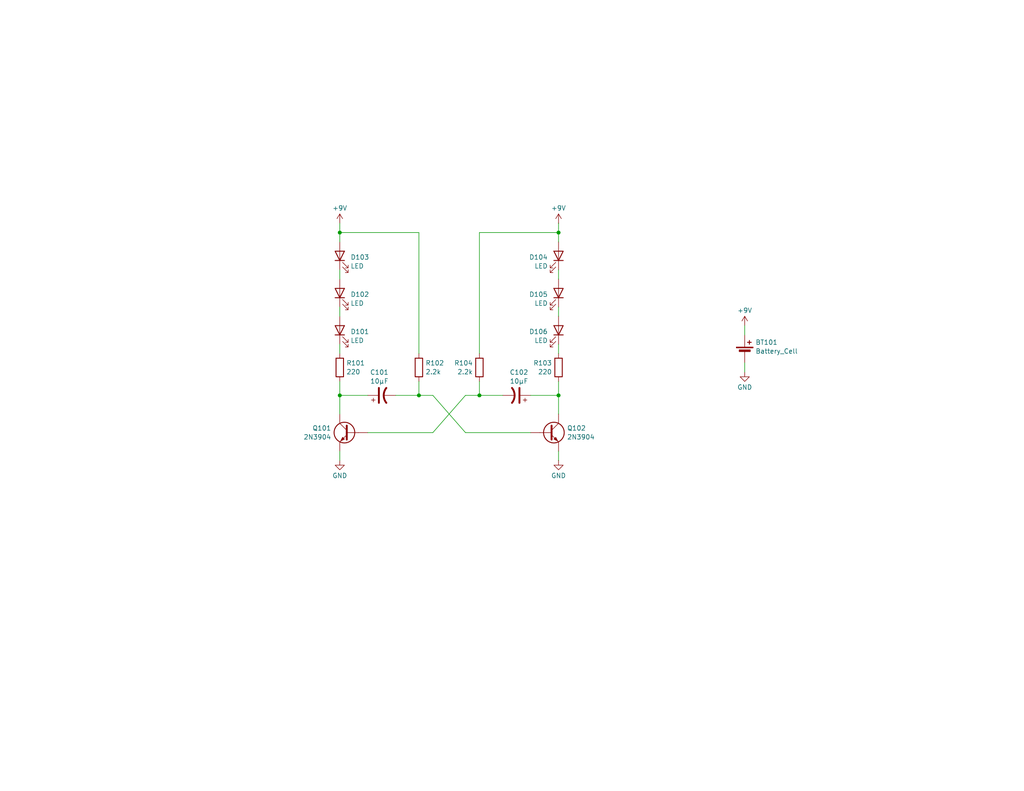
<source format=kicad_sch>
(kicad_sch (version 20250114) (generator "eeschema") (generator_version "9.0")
  (paper "USLetter")
  (title_block (title "Astable Multivibrator") (rev "1") (comment 1 "PCB Design Training"))
  (lib_symbols
    (symbol "Device:Battery_Cell" (pin_numbers (hide yes)) (pin_names (offset 0) (hide yes))
      (property "Reference" "BT" (at 2.54 2.54 0))
      (property "Value" "Battery_Cell" (at 2.54 0 0))
      (symbol "Battery_Cell_0_1"
        (rectangle (start -2.286 1.778) (end 2.286 1.524) (fill (type outline)))
        (rectangle (start -1.524 1.016) (end 1.524 0.508) (fill (type outline)))
        (polyline (pts (xy 0 1.778) (xy 0 2.54)))
        (polyline (pts (xy 0 0.762) (xy 0 0)))
        (polyline (pts (xy 0.762 3.048) (xy 1.778 3.048)) (stroke (width 0.254)))
        (polyline (pts (xy 1.27 3.556) (xy 1.27 2.54)) (stroke (width 0.254)))
      )
      (symbol "Battery_Cell_1_1"
        (pin passive line (at 0 5.08 270) (length 2.54) (name "+") (number "1"))
        (pin passive line (at 0 -2.54 90) (length 2.54) (name "-") (number "2"))
      )
    )
    (symbol "Device:C_Polarized_US" (pin_numbers (hide yes)) (pin_names (offset 0.254) (hide yes))
      (property "Reference" "C" (at 0.635 2.54 0))
      (property "Value" "C_Polarized_US" (at 0.635 -2.54 0))
      (symbol "C_Polarized_US_0_1"
        (polyline (pts (xy -2.032 0.762) (xy 2.032 0.762)) (stroke (width 0.508)))
        (polyline (pts (xy -1.778 2.286) (xy -0.762 2.286)))
        (polyline (pts (xy -1.27 1.778) (xy -1.27 2.794)))
        (arc (start -2.032 -1.27) (mid 0 -0.5572) (end 2.032 -1.27) (stroke (width 0.508)))
      )
      (symbol "C_Polarized_US_1_1"
        (pin passive line (at 0 3.81 270) (length 2.794) (name "~") (number "1"))
        (pin passive line (at 0 -3.81 90) (length 3.302) (name "~") (number "2"))
      )
    )
    (symbol "Device:LED" (pin_numbers (hide yes)) (pin_names (offset 1.016) (hide yes))
      (property "Reference" "D" (at 0 2.54 0))
      (property "Value" "LED" (at 0 -2.54 0))
      (symbol "LED_0_1"
        (polyline (pts (xy -3.048 -0.762) (xy -4.572 -2.286) (xy -3.81 -2.286) (xy -4.572 -2.286) (xy -4.572 -1.524)))
        (polyline (pts (xy -1.778 -0.762) (xy -3.302 -2.286) (xy -2.54 -2.286) (xy -3.302 -2.286) (xy -3.302 -1.524)))
        (polyline (pts (xy -1.27 0) (xy 1.27 0)))
        (polyline (pts (xy -1.27 -1.27) (xy -1.27 1.27)) (stroke (width 0.254)))
        (polyline (pts (xy 1.27 -1.27) (xy 1.27 1.27) (xy -1.27 0) (xy 1.27 -1.27)) (stroke (width 0.254)))
      )
      (symbol "LED_1_1"
        (pin passive line (at -3.81 0 0) (length 2.54) (name "K") (number "1"))
        (pin passive line (at 3.81 0 180) (length 2.54) (name "A") (number "2"))
      )
    )
    (symbol "Device:R" (pin_numbers (hide yes)) (pin_names (offset 0))
      (property "Reference" "R" (at 2.032 0 90))
      (property "Value" "R" (at 0 0 90))
      (symbol "R_0_1"
        (rectangle (start -1.016 -2.54) (end 1.016 2.54) (stroke (width 0.254)))
      )
      (symbol "R_1_1"
        (pin passive line (at 0 3.81 270) (length 1.27) (name "~") (number "1"))
        (pin passive line (at 0 -3.81 90) (length 1.27) (name "~") (number "2"))
      )
    )
    (symbol "Q_NPN_1" (pin_numbers (hide yes)) (pin_names (offset 0) (hide yes))
      (property "Reference" "Q101" (at 4.8514 1.2122 0))
      (property "Value" "2N3904" (at 4.8514 -1.2121 0))
      (symbol "Q_NPN_1_0_1"
        (polyline (pts (xy -2.54 0) (xy 0.635 0)))
        (polyline (pts (xy 0.635 1.905) (xy 0.635 -1.905)) (stroke (width 0.508)))
        (polyline (pts (xy 0.635 0.635) (xy 2.54 2.54)))
        (polyline (pts (xy 0.635 -0.635) (xy 2.54 -2.54)))
        (circle (center 1.27 0) (radius 2.8194) (stroke (width 0.254)))
        (polyline (pts (xy 1.27 -1.778) (xy 1.778 -1.27) (xy 2.286 -2.286) (xy 1.27 -1.778)) (fill (type outline)))
      )
      (symbol "Q_NPN_1_1_1"
        (pin input line (at -5.08 0 0) (length 2.54) (name "B") (number "2"))
        (pin passive line (at 2.54 5.08 270) (length 2.54) (name "C") (number "3"))
        (pin passive line (at 2.54 -5.08 90) (length 2.54) (name "E") (number "1"))
      )
    )
    (symbol "power:+9V" (power) (pin_numbers (hide yes)) (pin_names (offset 0) (hide yes))
      (property "Value" "+9V" (at 0 3.556 0))
      (symbol "+9V_0_1"
        (polyline (pts (xy -0.762 1.27) (xy 0 2.54)))
        (polyline (pts (xy 0 2.54) (xy 0.762 1.27)))
        (polyline (pts (xy 0 0) (xy 0 2.54)))
      )
      (symbol "+9V_1_1"
        (pin power_in line (at 0 0 90) (length 0) (name "~") (number "1"))
      )
    )
    (symbol "power:GND" (power) (pin_numbers (hide yes)) (pin_names (offset 0) (hide yes))
      (property "Value" "GND" (at 0 -3.81 0))
      (symbol "GND_0_1"
        (polyline (pts (xy 0 0) (xy 0 -1.27) (xy 1.27 -1.27) (xy 0 -2.54) (xy -1.27 -1.27) (xy 0 -1.27)))
      )
      (symbol "GND_1_1"
        (pin power_in line (at 0 0 270) (length 0) (name "~") (number "1"))
      )
    )
  )
  (junction (at 130.81 107.95))
  (junction (at 114.3 107.95))
  (junction (at 152.4 107.95))
  (junction (at 92.71 63.5))
  (junction (at 152.4 63.5))
  (junction (at 92.71 107.95))
  (wire (pts (xy 92.71 107.95) (xy 100.33 107.95)))
  (wire (pts (xy 152.4 104.14) (xy 152.4 107.95)))
  (wire (pts (xy 137.16 107.95) (xy 130.81 107.95)))
  (wire (pts (xy 203.2 88.9) (xy 203.2 91.44)))
  (wire (pts (xy 107.95 107.95) (xy 114.3 107.95)))
  (wire (pts (xy 92.71 93.98) (xy 92.71 96.52)))
  (wire (pts (xy 114.3 107.95) (xy 114.3 104.14)))
  (wire (pts (xy 114.3 63.5) (xy 92.71 63.5)))
  (wire (pts (xy 127 118.11) (xy 144.78 118.11)))
  (wire (pts (xy 92.71 63.5) (xy 92.71 66.04)))
  (wire (pts (xy 118.11 118.11) (xy 127 107.95)))
  (wire (pts (xy 92.71 123.19) (xy 92.71 125.73)))
  (wire (pts (xy 92.71 83.82) (xy 92.71 86.36)))
  (wire (pts (xy 130.81 63.5) (xy 130.81 96.52)))
  (wire (pts (xy 92.71 73.66) (xy 92.71 76.2)))
  (wire (pts (xy 152.4 123.19) (xy 152.4 125.73)))
  (wire (pts (xy 152.4 63.5) (xy 152.4 60.96)))
  (wire (pts (xy 127 118.11) (xy 118.11 107.95)))
  (wire (pts (xy 118.11 107.95) (xy 114.3 107.95)))
  (wire (pts (xy 152.4 73.66) (xy 152.4 76.2)))
  (wire (pts (xy 92.71 63.5) (xy 92.71 60.96)))
  (wire (pts (xy 92.71 104.14) (xy 92.71 107.95)))
  (wire (pts (xy 100.33 118.11) (xy 118.11 118.11)))
  (wire (pts (xy 130.81 107.95) (xy 130.81 104.14)))
  (wire (pts (xy 114.3 63.5) (xy 114.3 96.52)))
  (wire (pts (xy 152.4 107.95) (xy 144.78 107.95)))
  (wire (pts (xy 92.71 107.95) (xy 92.71 113.03)))
  (wire (pts (xy 127 107.95) (xy 130.81 107.95)))
  (wire (pts (xy 152.4 63.5) (xy 152.4 66.04)))
  (wire (pts (xy 152.4 83.82) (xy 152.4 86.36)))
  (wire (pts (xy 152.4 107.95) (xy 152.4 113.03)))
  (wire (pts (xy 130.81 63.5) (xy 152.4 63.5)))
  (wire (pts (xy 152.4 93.98) (xy 152.4 96.52)))
  (wire (pts (xy 203.2 99.06) (xy 203.2 101.6)))
  (symbol (lib_name "Q_NPN_1") (lib_id "Device:Q_NPN") (at 95.25 118.11 0) (mirror y) (unit 1)
    (property "Reference" "Q101" (at 90.3986 116.8978 0) (effects (justify left)))
    (property "Value" "2N3904" (at 90.3986 119.3221 0) (effects (justify left)))
    (property "Footprint" "Package_TO_SOT_THT:TO-92_HandSolder" (effects (hide yes)))
    (property "Datasheet" "https://www.digikey.com/en/products/detail/dcomponents/2N3904/13575042" (effects (hide yes)))
    (property "Description" "NPN bipolar junction transistor" (effects (hide yes)))
  )
  (symbol (lib_id "Device:R") (at 130.81 100.33 0) (mirror y) (unit 1)
    (property "Reference" "R104" (at 129.032 99.1178 0) (effects (justify left)))
    (property "Value" "2.2k" (at 129.032 101.5421 0) (effects (justify left)))
    (property "Footprint" "Resistor_THT:R_Axial_DIN0207_L6.3mm_D2.5mm_P10.16mm_Horizontal" (effects (hide yes)))
    (property "Datasheet" "https://www.digikey.com/en/products/detail/stackpole-electronics-inc/CF14JT2K20/1741321" (effects (hide yes)))
    (property "Description" "Resistor" (effects (hide yes)))
  )
  (symbol (lib_id "power:GND") (at 203.2 101.6 0) (mirror y) (unit 1)
    (property "Reference" "#PWR0105" (effects (hide yes)))
    (property "Value" "GND" (at 203.2 105.7331 0))
    (property "Description" "Power symbol creates a global label with name \"GND\" , ground" (effects (hide yes)))
  )
  (symbol (lib_id "Device:C_Polarized_US") (at 104.14 107.95 90) (unit 1)
    (property "Reference" "C101" (at 103.505 101.6465 90))
    (property "Value" "10µF" (at 103.505 104.0708 90))
    (property "Footprint" "Capacitor_THT:CP_Radial_D5.0mm_P2.00mm" (effects (hide yes)))
    (property "Datasheet" "https://www.digikey.com/en/products/detail/kemet/ESH106M035AC3AA/13176233" (effects (hide yes)))
    (property "Description" "Polarized capacitor, US symbol" (effects (hide yes)))
  )
  (symbol (lib_id "Device:LED") (at 152.4 90.17 270) (mirror x) (unit 1)
    (property "Reference" "D106" (at 149.479 90.5453 90) (effects (justify right)))
    (property "Value" "LED" (at 149.479 92.9696 90) (effects (justify right)))
    (property "Footprint" "LED_THT:LED_D3.0mm" (effects (hide yes)))
    (property "Description" "Light emitting diode" (effects (hide yes)))
    (property "Sim.Pins" "1=K 2=A" (effects (hide yes)))
  )
  (symbol (lib_id "Device:R") (at 92.71 100.33 0) (unit 1)
    (property "Reference" "R101" (at 94.488 99.1178 0) (effects (justify left)))
    (property "Value" "220" (at 94.488 101.5421 0) (effects (justify left)))
    (property "Footprint" "Resistor_THT:R_Axial_DIN0207_L6.3mm_D2.5mm_P10.16mm_Horizontal" (effects (hide yes)))
    (property "Description" "Resistor" (effects (hide yes)))
  )
  (symbol (lib_id "Device:LED") (at 92.71 69.85 90) (unit 1)
    (property "Reference" "D103" (at 95.631 70.2253 90) (effects (justify right)))
    (property "Value" "LED" (at 95.631 72.6496 90) (effects (justify right)))
    (property "Footprint" "LED_THT:LED_D3.0mm" (effects (hide yes)))
    (property "Description" "Light emitting diode" (effects (hide yes)))
    (property "Sim.Pins" "1=K 2=A" (effects (hide yes)))
  )
  (symbol (lib_id "power:+9V") (at 152.4 60.96 0) (mirror y) (unit 1)
    (property "Reference" "#PWR0103" (effects (hide yes)))
    (property "Value" "+9V" (at 152.4 56.8269 0))
    (property "Description" "Power symbol creates a global label with name \"+9V\"" (effects (hide yes)))
  )
  (symbol (lib_id "Device:C_Polarized_US") (at 140.97 107.95 270) (mirror x) (unit 1)
    (property "Reference" "C102" (at 141.605 101.6465 90))
    (property "Value" "10µF" (at 141.605 104.0708 90))
    (property "Footprint" "Capacitor_THT:CP_Radial_D5.0mm_P2.00mm" (effects (hide yes)))
    (property "Datasheet" "https://www.digikey.com/en/products/detail/kemet/ESH106M035AC3AA/13176233" (effects (hide yes)))
    (property "Description" "Polarized capacitor, US symbol" (effects (hide yes)))
  )
  (symbol (lib_id "Device:R") (at 152.4 100.33 0) (mirror y) (unit 1)
    (property "Reference" "R103" (at 150.622 99.1178 0) (effects (justify left)))
    (property "Value" "220" (at 150.622 101.5421 0) (effects (justify left)))
    (property "Footprint" "Resistor_THT:R_Axial_DIN0207_L6.3mm_D2.5mm_P10.16mm_Horizontal" (effects (hide yes)))
    (property "Description" "Resistor" (effects (hide yes)))
  )
  (symbol (lib_id "Device:LED") (at 92.71 90.17 90) (unit 1)
    (property "Reference" "D101" (at 95.631 90.5453 90) (effects (justify right)))
    (property "Value" "LED" (at 95.631 92.9696 90) (effects (justify right)))
    (property "Footprint" "LED_THT:LED_D3.0mm" (effects (hide yes)))
    (property "Description" "Light emitting diode" (effects (hide yes)))
    (property "Sim.Pins" "1=K 2=A" (effects (hide yes)))
  )
  (symbol (lib_id "Device:LED") (at 152.4 80.01 270) (mirror x) (unit 1)
    (property "Reference" "D105" (at 149.479 80.3853 90) (effects (justify right)))
    (property "Value" "LED" (at 149.479 82.8096 90) (effects (justify right)))
    (property "Footprint" "LED_THT:LED_D3.0mm" (effects (hide yes)))
    (property "Description" "Light emitting diode" (effects (hide yes)))
    (property "Sim.Pins" "1=K 2=A" (effects (hide yes)))
  )
  (symbol (lib_id "power:+9V") (at 92.71 60.96 0) (unit 1)
    (property "Reference" "#PWR0101" (effects (hide yes)))
    (property "Value" "+9V" (at 92.71 56.8269 0))
    (property "Description" "Power symbol creates a global label with name \"+9V\"" (effects (hide yes)))
  )
  (symbol (lib_id "Device:LED") (at 152.4 69.85 270) (mirror x) (unit 1)
    (property "Reference" "D104" (at 149.479 70.2253 90) (effects (justify right)))
    (property "Value" "LED" (at 149.479 72.6496 90) (effects (justify right)))
    (property "Footprint" "LED_THT:LED_D3.0mm" (effects (hide yes)))
    (property "Description" "Light emitting diode" (effects (hide yes)))
    (property "Sim.Pins" "1=K 2=A" (effects (hide yes)))
  )
  (symbol (lib_id "power:+9V") (at 203.2 88.9 0) (mirror y) (unit 1)
    (property "Reference" "#PWR0106" (effects (hide yes)))
    (property "Value" "+9V" (at 203.2 84.7669 0))
    (property "Description" "Power symbol creates a global label with name \"+9V\"" (effects (hide yes)))
  )
  (symbol (lib_id "power:GND") (at 152.4 125.73 0) (mirror y) (unit 1)
    (property "Reference" "#PWR0104" (effects (hide yes)))
    (property "Value" "GND" (at 152.4 129.8631 0))
    (property "Description" "Power symbol creates a global label with name \"GND\" , ground" (effects (hide yes)))
  )
  (symbol (lib_id "Device:R") (at 114.3 100.33 0) (unit 1)
    (property "Reference" "R102" (at 116.078 99.1178 0) (effects (justify left)))
    (property "Value" "2.2k" (at 116.078 101.5421 0) (effects (justify left)))
    (property "Footprint" "Resistor_THT:R_Axial_DIN0207_L6.3mm_D2.5mm_P10.16mm_Horizontal" (effects (hide yes)))
    (property "Datasheet" "https://www.digikey.com/en/products/detail/stackpole-electronics-inc/CF14JT2K20/1741321" (effects (hide yes)))
    (property "Description" "Resistor" (effects (hide yes)))
  )
  (symbol (lib_name "Q_NPN_1") (lib_id "Device:Q_NPN") (at 149.86 118.11 0) (unit 1)
    (property "Reference" "Q102" (at 154.7114 116.8978 0) (effects (justify left)))
    (property "Value" "2N3904" (at 154.7114 119.3221 0) (effects (justify left)))
    (property "Footprint" "Package_TO_SOT_THT:TO-92_HandSolder" (effects (hide yes)))
    (property "Datasheet" "https://www.digikey.com/en/products/detail/dcomponents/2N3904/13575042" (effects (hide yes)))
    (property "Description" "NPN bipolar junction transistor" (effects (hide yes)))
  )
  (symbol (lib_id "Device:LED") (at 92.71 80.01 90) (unit 1)
    (property "Reference" "D102" (at 95.631 80.3853 90) (effects (justify right)))
    (property "Value" "LED" (at 95.631 82.8096 90) (effects (justify right)))
    (property "Footprint" "LED_THT:LED_D3.0mm" (effects (hide yes)))
    (property "Description" "Light emitting diode" (effects (hide yes)))
    (property "Sim.Pins" "1=K 2=A" (effects (hide yes)))
  )
  (symbol (lib_id "power:GND") (at 92.71 125.73 0) (unit 1)
    (property "Reference" "#PWR0102" (effects (hide yes)))
    (property "Value" "GND" (at 92.71 129.8631 0))
    (property "Description" "Power symbol creates a global label with name \"GND\" , ground" (effects (hide yes)))
  )
  (symbol (lib_id "Device:Battery_Cell") (at 203.2 96.52 0) (unit 1)
    (property "Reference" "BT101" (at 206.121 93.4663 0) (effects (justify left)))
    (property "Value" "Battery_Cell" (at 206.121 95.8906 0) (effects (justify left)))
    (property "Footprint" "Connector_PinHeader_2.54mm:PinHeader_1x02_P2.54mm_Vertical" (effects (hide yes)))
    (property "Datasheet" "https://www.digikey.com/en/products/detail/keystone-electronics/233/68726" (effects (hide yes)))
    (property "Description" "Single-cell battery" (effects (hide yes)))
  )
)
</source>
